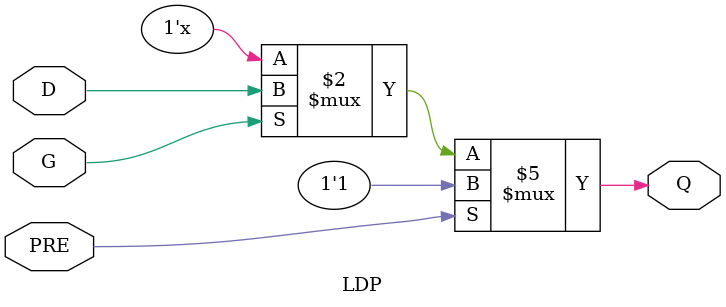
<source format=v>

/*

FUNCTION    : D-LATCH with async preset

*/

`celldefine
`timescale  100 ps / 10 ps

module LDP (Q, D, G, PRE);

    parameter INIT = 1'b1;

    output Q;
    reg    Q;

    input  D, G, PRE;

    always @( PRE or D or G)
        if (PRE)
        Q <= 1;
        else if (G)
        Q <= D;

endmodule

</source>
